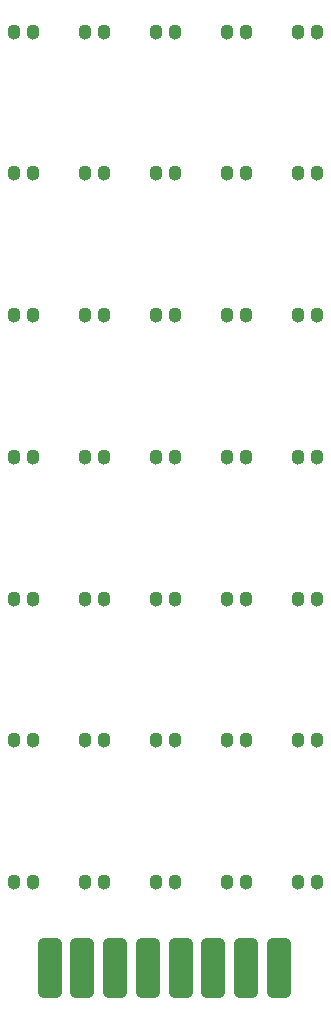
<source format=gts>
G04*
G04 #@! TF.GenerationSoftware,Altium Limited,Altium Designer,24.1.2 (44)*
G04*
G04 Layer_Color=8388736*
%FSLAX44Y44*%
%MOMM*%
G71*
G04*
G04 #@! TF.SameCoordinates,19925CEE-E599-4C59-BD36-36AD13F6144B*
G04*
G04*
G04 #@! TF.FilePolarity,Negative*
G04*
G01*
G75*
G04:AMPARAMS|DCode=11|XSize=2.1mm|YSize=5.1mm|CornerRadius=0.55mm|HoleSize=0mm|Usage=FLASHONLY|Rotation=0.000|XOffset=0mm|YOffset=0mm|HoleType=Round|Shape=RoundedRectangle|*
%AMROUNDEDRECTD11*
21,1,2.1000,4.0000,0,0,0.0*
21,1,1.0000,5.1000,0,0,0.0*
1,1,1.1000,0.5000,-2.0000*
1,1,1.1000,-0.5000,-2.0000*
1,1,1.1000,-0.5000,2.0000*
1,1,1.1000,0.5000,2.0000*
%
%ADD11ROUNDEDRECTD11*%
%ADD12O,1.1000X1.3000*%
D11*
X102250Y232000D02*
D03*
X129950D02*
D03*
X157650D02*
D03*
X185350D02*
D03*
X213050D02*
D03*
X240750D02*
D03*
X268250D02*
D03*
X296000D02*
D03*
D12*
X148355Y784645D02*
D03*
X132355D02*
D03*
X148355Y664645D02*
D03*
X132355D02*
D03*
X148355Y544645D02*
D03*
X132355D02*
D03*
X148355Y424645D02*
D03*
X132355D02*
D03*
X148355Y304645D02*
D03*
X132355D02*
D03*
X208355Y1024645D02*
D03*
X192355D02*
D03*
X208355Y904645D02*
D03*
X192355D02*
D03*
X208355Y784645D02*
D03*
X192355D02*
D03*
X88355Y1024645D02*
D03*
X72355D02*
D03*
X88355Y904645D02*
D03*
X72355D02*
D03*
X88355Y784645D02*
D03*
X72355D02*
D03*
X88355Y664645D02*
D03*
X72355D02*
D03*
X88355Y544645D02*
D03*
X72355D02*
D03*
X88355Y424645D02*
D03*
X72355D02*
D03*
X88355Y304645D02*
D03*
X72355D02*
D03*
X148355Y1024645D02*
D03*
X132355D02*
D03*
X148355Y904645D02*
D03*
X132355D02*
D03*
X208355Y664645D02*
D03*
X192355D02*
D03*
X208355Y544645D02*
D03*
X192355D02*
D03*
X208355Y424645D02*
D03*
X192355D02*
D03*
X208355Y304645D02*
D03*
X192355D02*
D03*
X268355Y1024645D02*
D03*
X252355D02*
D03*
X268355Y904645D02*
D03*
X252355D02*
D03*
X268355Y784645D02*
D03*
X252355D02*
D03*
X268355Y664645D02*
D03*
X252355D02*
D03*
X268355Y544645D02*
D03*
X252355D02*
D03*
X268355Y424645D02*
D03*
X252355D02*
D03*
X268355Y304645D02*
D03*
X252355D02*
D03*
X328355Y1024645D02*
D03*
X312355D02*
D03*
X328355Y904645D02*
D03*
X312355D02*
D03*
X328355Y784645D02*
D03*
X312355D02*
D03*
X328355Y664645D02*
D03*
X312355D02*
D03*
X328355Y544645D02*
D03*
X312355D02*
D03*
X328355Y424645D02*
D03*
X312355D02*
D03*
X328355Y304645D02*
D03*
X312355D02*
D03*
M02*

</source>
